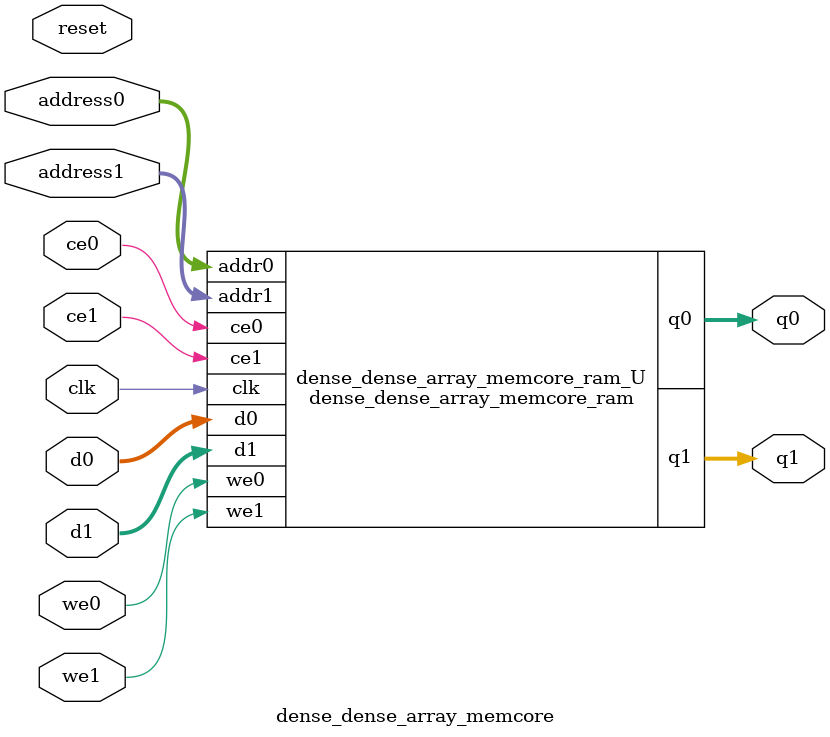
<source format=v>
`timescale 1 ns / 1 ps
module dense_dense_array_memcore_ram (addr0, ce0, d0, we0, q0, addr1, ce1, d1, we1, q1,  clk);

parameter DWIDTH = 32;
parameter AWIDTH = 5;
parameter MEM_SIZE = 20;

input[AWIDTH-1:0] addr0;
input ce0;
input[DWIDTH-1:0] d0;
input we0;
output reg[DWIDTH-1:0] q0;
input[AWIDTH-1:0] addr1;
input ce1;
input[DWIDTH-1:0] d1;
input we1;
output reg[DWIDTH-1:0] q1;
input clk;

(* ram_style = "distributed" *)reg [DWIDTH-1:0] ram[0:MEM_SIZE-1];




always @(posedge clk)  
begin 
    if (ce0) 
    begin
        if (we0) 
        begin 
            ram[addr0] <= d0; 
        end 
        q0 <= ram[addr0];
    end
end


always @(posedge clk)  
begin 
    if (ce1) 
    begin
        if (we1) 
        begin 
            ram[addr1] <= d1; 
        end 
        q1 <= ram[addr1];
    end
end


endmodule

`timescale 1 ns / 1 ps
module dense_dense_array_memcore(
    reset,
    clk,
    address0,
    ce0,
    we0,
    d0,
    q0,
    address1,
    ce1,
    we1,
    d1,
    q1);

parameter DataWidth = 32'd32;
parameter AddressRange = 32'd20;
parameter AddressWidth = 32'd5;
input reset;
input clk;
input[AddressWidth - 1:0] address0;
input ce0;
input we0;
input[DataWidth - 1:0] d0;
output[DataWidth - 1:0] q0;
input[AddressWidth - 1:0] address1;
input ce1;
input we1;
input[DataWidth - 1:0] d1;
output[DataWidth - 1:0] q1;



dense_dense_array_memcore_ram dense_dense_array_memcore_ram_U(
    .clk( clk ),
    .addr0( address0 ),
    .ce0( ce0 ),
    .we0( we0 ),
    .d0( d0 ),
    .q0( q0 ),
    .addr1( address1 ),
    .ce1( ce1 ),
    .we1( we1 ),
    .d1( d1 ),
    .q1( q1 ));

endmodule


</source>
